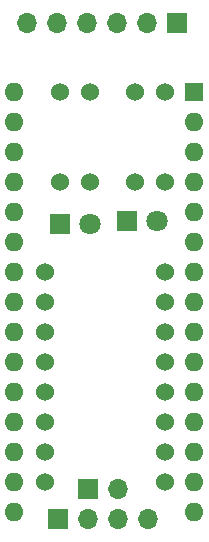
<source format=gbr>
%TF.GenerationSoftware,KiCad,Pcbnew,8.0.5*%
%TF.CreationDate,2024-10-10T01:08:20+09:00*%
%TF.ProjectId,BD,42442e6b-6963-4616-945f-706362585858,rev?*%
%TF.SameCoordinates,Original*%
%TF.FileFunction,Soldermask,Bot*%
%TF.FilePolarity,Negative*%
%FSLAX46Y46*%
G04 Gerber Fmt 4.6, Leading zero omitted, Abs format (unit mm)*
G04 Created by KiCad (PCBNEW 8.0.5) date 2024-10-10 01:08:20*
%MOMM*%
%LPD*%
G01*
G04 APERTURE LIST*
%ADD10R,1.700000X1.700000*%
%ADD11O,1.700000X1.700000*%
%ADD12C,1.524000*%
%ADD13R,1.800000X1.800000*%
%ADD14C,1.800000*%
%ADD15O,1.600000X1.600000*%
%ADD16R,1.600000X1.600000*%
G04 APERTURE END LIST*
D10*
%TO.C,J2*%
X18425000Y-59665000D03*
D11*
X20965000Y-59665000D03*
X23505000Y-59665000D03*
X26045000Y-59665000D03*
%TD*%
D12*
%TO.C,SW1*%
X24892000Y-31115000D03*
X27432000Y-31115000D03*
X27432000Y-23495000D03*
X24892000Y-23495000D03*
%TD*%
%TO.C,U1*%
X27432000Y-56515000D03*
X27432000Y-53975000D03*
X27432000Y-51435000D03*
X27432000Y-48895000D03*
X27432000Y-46355000D03*
X27432000Y-43815000D03*
X27432000Y-41275000D03*
X27432000Y-38735000D03*
X17272000Y-38735000D03*
X17272000Y-41275000D03*
X17272000Y-43815000D03*
X17272000Y-46355000D03*
X17272000Y-48895000D03*
X17272000Y-51435000D03*
X17272000Y-53975000D03*
X17272000Y-56515000D03*
%TD*%
D13*
%TO.C,D2*%
X18542000Y-34671000D03*
D14*
X21082000Y-34671000D03*
%TD*%
D12*
%TO.C,SW2*%
X21082000Y-31115000D03*
X18542000Y-31115000D03*
X21082000Y-23495000D03*
X18542000Y-23495000D03*
%TD*%
D10*
%TO.C,J3*%
X20955000Y-57150000D03*
D11*
X23495000Y-57150000D03*
%TD*%
D13*
%TO.C,D1*%
X24257000Y-34417000D03*
D14*
X26797000Y-34417000D03*
%TD*%
D11*
%TO.C,J1*%
X15748000Y-17653000D03*
X18288000Y-17653000D03*
X20828000Y-17653000D03*
X23368000Y-17653000D03*
X25908000Y-17653000D03*
D10*
X28448000Y-17653000D03*
%TD*%
D15*
%TO.C,A1*%
X14722000Y-23495000D03*
X14722000Y-26035000D03*
X14722000Y-28575000D03*
X14722000Y-31115000D03*
X14722000Y-33655000D03*
X14722000Y-36195000D03*
X14722000Y-38735000D03*
X14722000Y-41275000D03*
X14722000Y-43815000D03*
X14722000Y-46355000D03*
X14722000Y-48895000D03*
X14722000Y-51435000D03*
X14722000Y-53975000D03*
X14722000Y-56515000D03*
X14722000Y-59055000D03*
X29962000Y-59055000D03*
X29962000Y-56515000D03*
X29962000Y-53975000D03*
X29962000Y-51435000D03*
X29962000Y-48895000D03*
X29962000Y-46355000D03*
X29962000Y-43815000D03*
X29962000Y-41275000D03*
X29962000Y-38735000D03*
X29962000Y-36195000D03*
X29962000Y-33655000D03*
X29962000Y-31115000D03*
X29962000Y-28575000D03*
X29962000Y-26035000D03*
D16*
X29962000Y-23495000D03*
%TD*%
M02*

</source>
